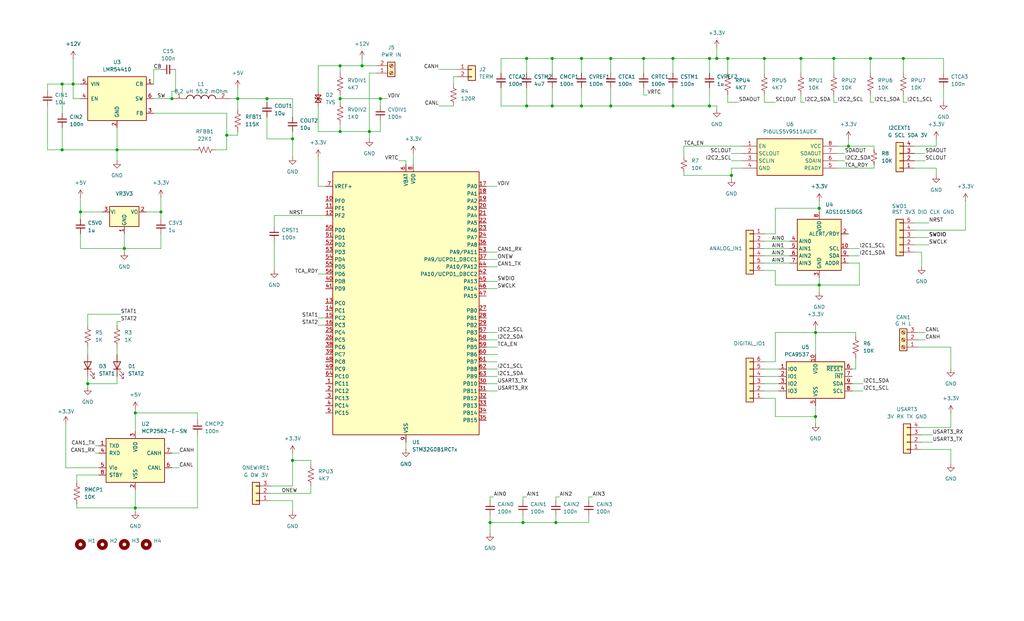
<source format=kicad_sch>
(kicad_sch (version 20250114) (generator "eeschema") (generator_version "9.0")
  (paper "USLegal")
  (title_block (title "CAN-MULTI-IO-STM32") (date "2026-01-21") (company "Gordon McLellan") (comment 1 "CAN Bus Multi-IO Module STM32"))
  (junction (at 59.69 34.29))
  (junction (at 191.77 36.83))
  (junction (at 92.71 34.29))
  (junction (at 27.94 73.66))
  (junction (at 283.21 115.57))
  (junction (at 182.88 20.32))
  (junction (at 193.04 181.61))
  (junction (at 132.08 34.29))
  (junction (at 21.59 52.07))
  (junction (at 246.38 36.83))
  (junction (at 82.55 34.29))
  (junction (at 55.88 73.66))
  (junction (at 118.11 45.72))
  (junction (at 118.11 34.29))
  (junction (at 283.21 144.78))
  (junction (at 46.99 176.53))
  (junction (at 302.26 20.32))
  (junction (at 233.68 20.32))
  (junction (at 118.11 22.86))
  (junction (at 182.88 36.83))
  (junction (at 170.18 181.61))
  (junction (at 284.48 99.06))
  (junction (at 125.73 22.86))
  (junction (at 233.68 36.83))
  (junction (at 294.64 50.8))
  (junction (at 43.18 86.36))
  (junction (at 40.64 52.07))
  (junction (at 313.69 20.32))
  (junction (at 181.61 181.61))
  (junction (at 201.93 36.83))
  (junction (at 252.73 20.32))
  (junction (at 25.4 29.21))
  (junction (at 278.13 20.32))
  (junction (at 289.56 20.32))
  (junction (at 101.6 48.26))
  (junction (at 246.38 20.32))
  (junction (at 201.93 20.32))
  (junction (at 212.09 36.83))
  (junction (at 223.52 20.32))
  (junction (at 265.43 20.32))
  (junction (at 30.48 133.35))
  (junction (at 212.09 20.32))
  (junction (at 248.92 20.32))
  (junction (at 101.6 160.02))
  (junction (at 21.59 29.21))
  (junction (at 254 60.96))
  (junction (at 78.74 46.99))
  (junction (at 191.77 20.32))
  (junction (at 46.99 143.51))
  (junction (at 284.48 72.39))
  (junction (at 128.27 45.72))
  (wire (pts (xy 40.64 111.76) (xy 41.91 111.76)))
  (wire (pts (xy 101.6 48.26) (xy 92.71 48.26)))
  (wire (pts (xy 110.49 22.86) (xy 110.49 31.75)))
  (wire (pts (xy 34.29 165.1) (xy 26.67 165.1)))
  (wire (pts (xy 317.5 53.34) (xy 321.31 53.34)))
  (wire (pts (xy 30.48 130.81) (xy 30.48 133.35)))
  (wire (pts (xy 317.5 50.8) (xy 325.12 50.8)))
  (wire (pts (xy 237.49 50.8) (xy 237.49 54.61)))
  (wire (pts (xy 265.43 86.36) (xy 274.32 86.36)))
  (wire (pts (xy 33.02 154.94) (xy 34.29 154.94)))
  (wire (pts (xy 27.94 81.28) (xy 27.94 86.36)))
  (wire (pts (xy 107.95 160.02) (xy 107.95 161.29)))
  (wire (pts (xy 101.6 160.02) (xy 101.6 168.91)))
  (wire (pts (xy 53.34 24.13) (xy 55.88 24.13)))
  (wire (pts (xy 325.12 58.42) (xy 325.12 60.96)))
  (wire (pts (xy 40.64 120.65) (xy 40.64 123.19)))
  (wire (pts (xy 21.59 39.37) (xy 21.59 29.21)))
  (wire (pts (xy 168.91 115.57) (xy 172.72 115.57)))
  (wire (pts (xy 21.59 44.45) (xy 21.59 52.07)))
  (wire (pts (xy 295.91 128.27) (xy 297.18 128.27)))
  (wire (pts (xy 223.52 33.02) (xy 224.79 33.02)))
  (wire (pts (xy 283.21 144.78) (xy 283.21 147.32)))
  (wire (pts (xy 283.21 140.97) (xy 283.21 144.78)))
  (wire (pts (xy 265.43 81.28) (xy 269.24 81.28)))
  (wire (pts (xy 252.73 33.02) (xy 252.73 35.56)))
  (wire (pts (xy 283.21 114.3) (xy 283.21 115.57)))
  (wire (pts (xy 46.99 143.51) (xy 68.58 143.51)))
  (wire (pts (xy 278.13 33.02) (xy 278.13 35.56)))
  (wire (pts (xy 92.71 34.29) (xy 101.6 34.29)))
  (wire (pts (xy 181.61 173.99) (xy 181.61 172.72)))
  (wire (pts (xy 168.91 97.79) (xy 172.72 97.79)))
  (wire (pts (xy 26.67 176.53) (xy 46.99 176.53)))
  (wire (pts (xy 182.88 20.32) (xy 182.88 25.4)))
  (wire (pts (xy 204.47 181.61) (xy 204.47 179.07)))
  (wire (pts (xy 223.52 30.48) (xy 223.52 33.02)))
  (wire (pts (xy 193.04 172.72) (xy 194.31 172.72)))
  (wire (pts (xy 313.69 20.32) (xy 313.69 25.4)))
  (wire (pts (xy 168.91 100.33) (xy 172.72 100.33)))
  (wire (pts (xy 101.6 34.29) (xy 101.6 40.64)))
  (wire (pts (xy 168.91 135.89) (xy 172.72 135.89)))
  (wire (pts (xy 265.43 88.9) (xy 274.32 88.9)))
  (wire (pts (xy 297.18 115.57) (xy 297.18 116.84)))
  (wire (pts (xy 335.28 69.85) (xy 335.28 80.01)))
  (wire (pts (xy 284.48 96.52) (xy 284.48 99.06)))
  (wire (pts (xy 168.91 118.11) (xy 172.72 118.11)))
  (wire (pts (xy 182.88 36.83) (xy 173.99 36.83)))
  (wire (pts (xy 128.27 25.4) (xy 128.27 45.72)))
  (wire (pts (xy 257.81 58.42) (xy 254 58.42)))
  (wire (pts (xy 168.91 123.19) (xy 172.72 123.19)))
  (wire (pts (xy 170.18 173.99) (xy 170.18 172.72)))
  (wire (pts (xy 40.64 52.07) (xy 40.64 55.88)))
  (wire (pts (xy 313.69 33.02) (xy 313.69 35.56)))
  (wire (pts (xy 201.93 36.83) (xy 212.09 36.83)))
  (wire (pts (xy 269.24 115.57) (xy 283.21 115.57)))
  (wire (pts (xy 143.51 53.34) (xy 143.51 57.15)))
  (wire (pts (xy 27.94 73.66) (xy 35.56 73.66)))
  (wire (pts (xy 290.83 50.8) (xy 294.64 50.8)))
  (wire (pts (xy 74.93 52.07) (xy 78.74 52.07)))
  (wire (pts (xy 283.21 115.57) (xy 283.21 123.19)))
  (wire (pts (xy 313.69 20.32) (xy 327.66 20.32)))
  (wire (pts (xy 201.93 20.32) (xy 212.09 20.32)))
  (wire (pts (xy 21.59 29.21) (xy 25.4 29.21)))
  (wire (pts (xy 40.64 44.45) (xy 40.64 52.07)))
  (wire (pts (xy 50.8 73.66) (xy 55.88 73.66)))
  (wire (pts (xy 252.73 35.56) (xy 256.54 35.56)))
  (wire (pts (xy 325.12 50.8) (xy 325.12 48.26)))
  (wire (pts (xy 294.64 50.8) (xy 294.64 48.26)))
  (wire (pts (xy 168.91 87.63) (xy 172.72 87.63)))
  (wire (pts (xy 93.98 168.91) (xy 101.6 168.91)))
  (wire (pts (xy 110.49 45.72) (xy 118.11 45.72)))
  (wire (pts (xy 290.83 58.42) (xy 303.53 58.42)))
  (wire (pts (xy 327.66 30.48) (xy 327.66 35.56)))
  (wire (pts (xy 140.97 153.67) (xy 140.97 156.21)))
  (wire (pts (xy 237.49 60.96) (xy 237.49 59.69)))
  (wire (pts (xy 204.47 172.72) (xy 205.74 172.72)))
  (wire (pts (xy 294.64 86.36) (xy 298.45 86.36)))
  (wire (pts (xy 320.04 156.21) (xy 330.2 156.21)))
  (wire (pts (xy 269.24 138.43) (xy 269.24 144.78)))
  (wire (pts (xy 93.98 173.99) (xy 101.6 173.99)))
  (wire (pts (xy 101.6 54.61) (xy 101.6 48.26)))
  (wire (pts (xy 317.5 77.47) (xy 322.58 77.47)))
  (wire (pts (xy 27.94 68.58) (xy 27.94 73.66)))
  (wire (pts (xy 289.56 20.32) (xy 289.56 25.4)))
  (wire (pts (xy 298.45 91.44) (xy 298.45 99.06)))
  (wire (pts (xy 140.97 57.15) (xy 140.97 55.88)))
  (wire (pts (xy 128.27 45.72) (xy 128.27 48.26)))
  (wire (pts (xy 318.77 120.65) (xy 330.2 120.65)))
  (wire (pts (xy 289.56 35.56) (xy 290.83 35.56)))
  (wire (pts (xy 246.38 36.83) (xy 248.92 36.83)))
  (wire (pts (xy 43.18 86.36) (xy 43.18 87.63)))
  (wire (pts (xy 318.77 118.11) (xy 321.31 118.11)))
  (wire (pts (xy 297.18 128.27) (xy 297.18 124.46)))
  (wire (pts (xy 132.08 34.29) (xy 132.08 36.83)))
  (wire (pts (xy 101.6 48.26) (xy 101.6 45.72)))
  (wire (pts (xy 168.91 92.71) (xy 172.72 92.71)))
  (wire (pts (xy 181.61 172.72) (xy 182.88 172.72)))
  (wire (pts (xy 118.11 45.72) (xy 128.27 45.72)))
  (wire (pts (xy 59.69 162.56) (xy 62.23 162.56)))
  (wire (pts (xy 265.43 35.56) (xy 269.24 35.56)))
  (wire (pts (xy 78.74 52.07) (xy 78.74 46.99)))
  (wire (pts (xy 317.5 85.09) (xy 322.58 85.09)))
  (wire (pts (xy 118.11 34.29) (xy 132.08 34.29)))
  (wire (pts (xy 40.64 133.35) (xy 40.64 130.81)))
  (wire (pts (xy 254 53.34) (xy 257.81 53.34)))
  (wire (pts (xy 317.5 55.88) (xy 321.31 55.88)))
  (wire (pts (xy 290.83 55.88) (xy 293.37 55.88)))
  (wire (pts (xy 82.55 30.48) (xy 82.55 34.29)))
  (wire (pts (xy 193.04 181.61) (xy 204.47 181.61)))
  (wire (pts (xy 110.49 36.83) (xy 110.49 45.72)))
  (wire (pts (xy 295.91 133.35) (xy 299.72 133.35)))
  (wire (pts (xy 265.43 138.43) (xy 269.24 138.43)))
  (wire (pts (xy 233.68 30.48) (xy 233.68 36.83)))
  (wire (pts (xy 283.21 115.57) (xy 297.18 115.57)))
  (wire (pts (xy 233.68 36.83) (xy 246.38 36.83)))
  (wire (pts (xy 317.5 80.01) (xy 335.28 80.01)))
  (wire (pts (xy 313.69 35.56) (xy 314.96 35.56)))
  (wire (pts (xy 168.91 130.81) (xy 172.72 130.81)))
  (wire (pts (xy 55.88 68.58) (xy 55.88 73.66)))
  (wire (pts (xy 265.43 135.89) (xy 270.51 135.89)))
  (wire (pts (xy 212.09 30.48) (xy 212.09 36.83)))
  (wire (pts (xy 284.48 99.06) (xy 284.48 101.6)))
  (wire (pts (xy 21.59 52.07) (xy 16.51 52.07)))
  (wire (pts (xy 170.18 172.72) (xy 171.45 172.72)))
  (wire (pts (xy 78.74 46.99) (xy 82.55 46.99)))
  (wire (pts (xy 269.24 72.39) (xy 284.48 72.39)))
  (wire (pts (xy 320.04 148.59) (xy 330.2 148.59)))
  (wire (pts (xy 265.43 128.27) (xy 270.51 128.27)))
  (wire (pts (xy 181.61 179.07) (xy 181.61 181.61)))
  (wire (pts (xy 320.04 87.63) (xy 320.04 92.71)))
  (wire (pts (xy 278.13 20.32) (xy 289.56 20.32)))
  (wire (pts (xy 278.13 35.56) (xy 279.4 35.56)))
  (wire (pts (xy 16.51 29.21) (xy 16.51 31.75)))
  (wire (pts (xy 80.01 34.29) (xy 82.55 34.29)))
  (wire (pts (xy 46.99 143.51) (xy 46.99 149.86)))
  (wire (pts (xy 278.13 20.32) (xy 278.13 25.4)))
  (wire (pts (xy 302.26 33.02) (xy 302.26 35.56)))
  (wire (pts (xy 181.61 181.61) (xy 193.04 181.61)))
  (wire (pts (xy 110.49 22.86) (xy 118.11 22.86)))
  (wire (pts (xy 110.49 95.25) (xy 113.03 95.25)))
  (wire (pts (xy 265.43 20.32) (xy 278.13 20.32)))
  (wire (pts (xy 320.04 151.13) (xy 323.85 151.13)))
  (wire (pts (xy 289.56 20.32) (xy 302.26 20.32)))
  (wire (pts (xy 68.58 143.51) (xy 68.58 146.05)))
  (wire (pts (xy 152.4 24.13) (xy 158.75 24.13)))
  (wire (pts (xy 284.48 69.85) (xy 284.48 72.39)))
  (wire (pts (xy 295.91 135.89) (xy 299.72 135.89)))
  (wire (pts (xy 26.67 175.26) (xy 26.67 176.53)))
  (wire (pts (xy 269.24 125.73) (xy 269.24 115.57)))
  (wire (pts (xy 59.69 31.75) (xy 59.69 34.29)))
  (wire (pts (xy 46.99 176.53) (xy 68.58 176.53)))
  (wire (pts (xy 34.29 162.56) (xy 22.86 162.56)))
  (wire (pts (xy 168.91 64.77) (xy 172.72 64.77)))
  (wire (pts (xy 101.6 173.99) (xy 101.6 177.8)))
  (wire (pts (xy 30.48 109.22) (xy 41.91 109.22)))
  (wire (pts (xy 118.11 34.29) (xy 118.11 35.56)))
  (wire (pts (xy 327.66 20.32) (xy 327.66 25.4)))
  (wire (pts (xy 68.58 176.53) (xy 68.58 151.13)))
  (wire (pts (xy 27.94 73.66) (xy 27.94 76.2)))
  (wire (pts (xy 330.2 156.21) (xy 330.2 161.29)))
  (wire (pts (xy 212.09 36.83) (xy 233.68 36.83)))
  (wire (pts (xy 130.81 25.4) (xy 128.27 25.4)))
  (wire (pts (xy 118.11 22.86) (xy 125.73 22.86)))
  (wire (pts (xy 193.04 179.07) (xy 193.04 181.61)))
  (wire (pts (xy 93.98 171.45) (xy 107.95 171.45)))
  (wire (pts (xy 254 55.88) (xy 257.81 55.88)))
  (wire (pts (xy 173.99 36.83) (xy 173.99 30.48)))
  (wire (pts (xy 248.92 20.32) (xy 252.73 20.32)))
  (wire (pts (xy 182.88 20.32) (xy 173.99 20.32)))
  (wire (pts (xy 22.86 162.56) (xy 22.86 147.32)))
  (wire (pts (xy 27.94 29.21) (xy 25.4 29.21)))
  (wire (pts (xy 132.08 45.72) (xy 132.08 41.91)))
  (wire (pts (xy 92.71 34.29) (xy 92.71 35.56)))
  (wire (pts (xy 289.56 33.02) (xy 289.56 35.56)))
  (wire (pts (xy 265.43 133.35) (xy 270.51 133.35)))
  (wire (pts (xy 294.64 50.8) (xy 303.53 50.8)))
  (wire (pts (xy 170.18 185.42) (xy 170.18 181.61)))
  (wire (pts (xy 60.96 24.13) (xy 60.96 31.75)))
  (wire (pts (xy 252.73 20.32) (xy 252.73 25.4)))
  (wire (pts (xy 46.99 142.24) (xy 46.99 143.51)))
  (wire (pts (xy 317.5 82.55) (xy 322.58 82.55)))
  (wire (pts (xy 40.64 113.03) (xy 40.64 111.76)))
  (wire (pts (xy 92.71 48.26) (xy 92.71 40.64)))
  (wire (pts (xy 233.68 20.32) (xy 246.38 20.32)))
  (wire (pts (xy 204.47 173.99) (xy 204.47 172.72)))
  (wire (pts (xy 101.6 160.02) (xy 101.6 157.48)))
  (wire (pts (xy 269.24 81.28) (xy 269.24 72.39)))
  (wire (pts (xy 113.03 64.77) (xy 110.49 64.77)))
  (wire (pts (xy 191.77 20.32) (xy 191.77 25.4)))
  (wire (pts (xy 168.91 90.17) (xy 172.72 90.17)))
  (wire (pts (xy 40.64 52.07) (xy 21.59 52.07)))
  (wire (pts (xy 191.77 36.83) (xy 201.93 36.83)))
  (wire (pts (xy 182.88 30.48) (xy 182.88 36.83)))
  (wire (pts (xy 254 58.42) (xy 254 60.96)))
  (wire (pts (xy 191.77 20.32) (xy 201.93 20.32)))
  (wire (pts (xy 320.04 153.67) (xy 323.85 153.67)))
  (wire (pts (xy 118.11 22.86) (xy 118.11 25.4)))
  (wire (pts (xy 294.64 91.44) (xy 298.45 91.44)))
  (wire (pts (xy 55.88 86.36) (xy 55.88 81.28)))
  (wire (pts (xy 265.43 83.82) (xy 274.32 83.82)))
  (wire (pts (xy 294.64 88.9) (xy 298.45 88.9)))
  (wire (pts (xy 170.18 181.61) (xy 181.61 181.61)))
  (wire (pts (xy 125.73 20.32) (xy 125.73 22.86)))
  (wire (pts (xy 254 60.96) (xy 254 62.23)))
  (wire (pts (xy 26.67 165.1) (xy 26.67 167.64)))
  (wire (pts (xy 173.99 20.32) (xy 173.99 25.4)))
  (wire (pts (xy 223.52 20.32) (xy 233.68 20.32)))
  (wire (pts (xy 168.91 120.65) (xy 172.72 120.65)))
  (wire (pts (xy 269.24 93.98) (xy 269.24 99.06)))
  (wire (pts (xy 132.08 34.29) (xy 134.62 34.29)))
  (wire (pts (xy 330.2 148.59) (xy 330.2 143.51)))
  (wire (pts (xy 82.55 34.29) (xy 82.55 38.1)))
  (wire (pts (xy 252.73 20.32) (xy 265.43 20.32)))
  (wire (pts (xy 212.09 20.32) (xy 212.09 25.4)))
  (wire (pts (xy 157.48 26.67) (xy 157.48 29.21)))
  (wire (pts (xy 110.49 54.61) (xy 110.49 64.77)))
  (wire (pts (xy 317.5 58.42) (xy 325.12 58.42)))
  (wire (pts (xy 43.18 81.28) (xy 43.18 86.36)))
  (wire (pts (xy 265.43 93.98) (xy 269.24 93.98)))
  (wire (pts (xy 43.18 86.36) (xy 55.88 86.36)))
  (wire (pts (xy 152.4 36.83) (xy 157.48 36.83)))
  (wire (pts (xy 182.88 20.32) (xy 191.77 20.32)))
  (wire (pts (xy 33.02 157.48) (xy 34.29 157.48)))
  (wire (pts (xy 265.43 33.02) (xy 265.43 35.56)))
  (wire (pts (xy 168.91 125.73) (xy 172.72 125.73)))
  (wire (pts (xy 82.55 34.29) (xy 92.71 34.29)))
  (wire (pts (xy 158.75 26.67) (xy 157.48 26.67)))
  (wire (pts (xy 118.11 43.18) (xy 118.11 45.72)))
  (wire (pts (xy 27.94 34.29) (xy 25.4 34.29)))
  (wire (pts (xy 201.93 30.48) (xy 201.93 36.83)))
  (wire (pts (xy 107.95 171.45) (xy 107.95 168.91)))
  (wire (pts (xy 60.96 31.75) (xy 59.69 31.75)))
  (wire (pts (xy 330.2 128.27) (xy 330.2 120.65)))
  (wire (pts (xy 46.99 170.18) (xy 46.99 176.53)))
  (wire (pts (xy 318.77 115.57) (xy 321.31 115.57)))
  (wire (pts (xy 40.64 52.07) (xy 67.31 52.07)))
  (wire (pts (xy 193.04 173.99) (xy 193.04 172.72)))
  (wire (pts (xy 302.26 20.32) (xy 302.26 25.4)))
  (wire (pts (xy 53.34 34.29) (xy 59.69 34.29)))
  (wire (pts (xy 265.43 20.32) (xy 265.43 25.4)))
  (wire (pts (xy 269.24 144.78) (xy 283.21 144.78)))
  (wire (pts (xy 55.88 73.66) (xy 55.88 76.2)))
  (wire (pts (xy 290.83 53.34) (xy 293.37 53.34)))
  (wire (pts (xy 53.34 29.21) (xy 53.34 24.13)))
  (wire (pts (xy 303.53 50.8) (xy 303.53 52.07)))
  (wire (pts (xy 246.38 20.32) (xy 248.92 20.32)))
  (wire (pts (xy 25.4 34.29) (xy 25.4 29.21)))
  (wire (pts (xy 191.77 30.48) (xy 191.77 36.83)))
  (wire (pts (xy 30.48 109.22) (xy 30.48 113.03)))
  (wire (pts (xy 110.49 113.03) (xy 113.03 113.03)))
  (wire (pts (xy 265.43 125.73) (xy 269.24 125.73)))
  (wire (pts (xy 302.26 20.32) (xy 313.69 20.32)))
  (wire (pts (xy 170.18 179.07) (xy 170.18 181.61)))
  (wire (pts (xy 233.68 20.32) (xy 233.68 25.4)))
  (wire (pts (xy 248.92 36.83) (xy 248.92 38.1)))
  (wire (pts (xy 168.91 128.27) (xy 172.72 128.27)))
  (wire (pts (xy 53.34 39.37) (xy 78.74 39.37)))
  (wire (pts (xy 16.51 52.07) (xy 16.51 36.83)))
  (wire (pts (xy 201.93 20.32) (xy 201.93 25.4)))
  (wire (pts (xy 118.11 33.02) (xy 118.11 34.29)))
  (wire (pts (xy 168.91 133.35) (xy 172.72 133.35)))
  (wire (pts (xy 16.51 29.21) (xy 21.59 29.21)))
  (wire (pts (xy 257.81 50.8) (xy 237.49 50.8)))
  (wire (pts (xy 254 60.96) (xy 237.49 60.96)))
  (wire (pts (xy 246.38 25.4) (xy 246.38 20.32)))
  (wire (pts (xy 302.26 35.56) (xy 303.53 35.56)))
  (wire (pts (xy 265.43 130.81) (xy 270.51 130.81)))
  (wire (pts (xy 30.48 120.65) (xy 30.48 123.19)))
  (wire (pts (xy 182.88 36.83) (xy 191.77 36.83)))
  (wire (pts (xy 298.45 99.06) (xy 284.48 99.06)))
  (wire (pts (xy 248.92 16.51) (xy 248.92 20.32)))
  (wire (pts (xy 95.25 74.93) (xy 95.25 78.74)))
  (wire (pts (xy 27.94 86.36) (xy 43.18 86.36)))
  (wire (pts (xy 59.69 157.48) (xy 62.23 157.48)))
  (wire (pts (xy 46.99 176.53) (xy 46.99 177.8)))
  (wire (pts (xy 138.43 55.88) (xy 140.97 55.88)))
  (wire (pts (xy 30.48 133.35) (xy 30.48 134.62)))
  (wire (pts (xy 303.53 58.42) (xy 303.53 57.15)))
  (wire (pts (xy 128.27 45.72) (xy 132.08 45.72)))
  (wire (pts (xy 223.52 20.32) (xy 223.52 25.4)))
  (wire (pts (xy 25.4 20.32) (xy 25.4 29.21)))
  (wire (pts (xy 265.43 91.44) (xy 274.32 91.44)))
  (wire (pts (xy 95.25 74.93) (xy 113.03 74.93)))
  (wire (pts (xy 101.6 160.02) (xy 107.95 160.02)))
  (wire (pts (xy 317.5 87.63) (xy 320.04 87.63)))
  (wire (pts (xy 246.38 36.83) (xy 246.38 30.48)))
  (wire (pts (xy 30.48 133.35) (xy 40.64 133.35)))
  (wire (pts (xy 95.25 83.82) (xy 95.25 93.98)))
  (wire (pts (xy 125.73 22.86) (xy 130.81 22.86)))
  (wire (pts (xy 78.74 39.37) (xy 78.74 46.99)))
  (wire (pts (xy 110.49 110.49) (xy 113.03 110.49)))
  (wire (pts (xy 82.55 46.99) (xy 82.55 45.72)))
  (wire (pts (xy 212.09 20.32) (xy 223.52 20.32)))
  (wire (pts (xy 284.48 72.39) (xy 284.48 73.66)))
  (wire (pts (xy 269.24 99.06) (xy 284.48 99.06)))
  (label "AIN3" (at 205.74 172.72 0))
  (label "CANH" (at 152.4 24.13 180))
  (label "I2C2_SDA" (at 293.37 55.88 0))
  (label "CAN1_TX" (at 33.02 154.94 180))
  (label "AIN1" (at 267.97 86.36 0))
  (label "I2C2_SCL" (at 172.72 115.57 0))
  (label "SWCLK" (at 172.72 100.33 0))
  (label "ONEW" (at 172.72 90.17 0))
  (label "AIN2" (at 267.97 88.9 0))
  (label "STAT2" (at 41.91 111.76 0))
  (label "USART3_TX" (at 323.85 153.67 0))
  (label "VDIV" (at 134.62 34.29 0))
  (label "AIN0" (at 267.97 83.82 0))
  (label "VRTC" (at 224.79 33.02 0))
  (label "I2C1_SCL" (at 299.72 135.89 0))
  (label "STAT2" (at 110.49 113.03 180))
  (label "USART3_RX" (at 172.72 135.89 0))
  (label "CB" (at 53.34 24.13 0))
  (label "USART3_TX" (at 172.72 133.35 0))
  (label "VDIV" (at 172.72 64.77 0))
  (label "AIN1" (at 182.88 172.72 0))
  (label "SDAOUT" (at 321.31 53.34 0))
  (label "TCA_RDY" (at 110.49 95.25 180))
  (label "TCA_RDY" (at 293.37 58.42 0))
  (label "SCLOUT" (at 254 53.34 180))
  (label "STAT1" (at 110.49 110.49 180))
  (label "VRTC" (at 138.43 55.88 180))
  (label "I2C1_SDA" (at 303.53 35.56 0))
  (label "I2C1_SCL" (at 298.45 86.36 0))
  (label "I2C2_SDA" (at 172.72 118.11 0))
  (label "SWDIO" (at 322.58 82.55 0))
  (label "I2C2_SCL" (at 290.83 35.56 0))
  (label "SWCLK" (at 322.58 85.09 0))
  (label "NRST" (at 100.33 74.93 0))
  (label "SCLOUT" (at 321.31 55.88 0))
  (label "NRST" (at 322.58 77.47 0))
  (label "TCA_EN" (at 237.49 50.8 0))
  (label "STAT1" (at 41.91 109.22 0))
  (label "CAN1_RX" (at 33.02 157.48 180))
  (label "I2C1_SDA" (at 299.72 133.35 0))
  (label "CANL" (at 152.4 36.83 180))
  (label "SCLOUT" (at 269.24 35.56 0))
  (label "TCA_EN" (at 172.72 120.65 0))
  (label "I2C1_SCL" (at 314.96 35.56 0))
  (label "AIN0" (at 171.45 172.72 0))
  (label "CANH" (at 321.31 118.11 0))
  (label "SW" (at 54.61 34.29 0))
  (label "SDAOUT" (at 293.37 53.34 0))
  (label "USART3_RX" (at 323.85 151.13 0))
  (label "CANL" (at 321.31 115.57 0))
  (label "AIN2" (at 194.31 172.72 0))
  (label "I2C2_SCL" (at 254 55.88 180))
  (label "I2C2_SDA" (at 279.4 35.56 0))
  (label "CANH" (at 62.23 157.48 0))
  (label "CANL" (at 62.23 162.56 0))
  (label "ONEW" (at 97.79 171.45 0))
  (label "I2C1_SDA" (at 298.45 88.9 0))
  (label "AIN3" (at 267.97 91.44 0))
  (label "SWDIO" (at 322.58 82.55 0))
  (label "SDAOUT" (at 256.54 35.56 0))
  (label "SWDIO" (at 172.72 97.79 0))
  (label "CAN1_TX" (at 172.72 92.71 0))
  (label "CAN1_RX" (at 172.72 87.63 0))
  (label "I2C1_SCL" (at 172.72 128.27 0))
  (label "I2C1_SDA" (at 172.72 130.81 0))
  (symbol (lib_id "Device:C_Small") (at 212.09 27.94 0) (unit 1)
    (property "Reference" "CTCA1" (at 214.63 26.6762 0) (effects (justify left)))
    (property "Value" "100n" (at 214.63 29.2162 0) (effects (justify left)))
    (property "Footprint" "Capacitor_SMD:C_0603_1608Metric_Pad1.08x0.95mm_HandSolder" (effects (hide yes)))
    (property "Description" "Unpolarized capacitor, small symbol" (effects (hide yes)))
  )
  (symbol (lib_id "Device:C_Small") (at 204.47 176.53 0) (unit 1)
    (property "Reference" "CAIN3" (at 207.01 175.2662 0) (effects (justify left)))
    (property "Value" "100n" (at 207.01 177.8062 0) (effects (justify left)))
    (property "Footprint" "Capacitor_SMD:C_0603_1608Metric_Pad1.08x0.95mm_HandSolder" (effects (hide yes)))
    (property "Description" "Unpolarized capacitor, small symbol" (effects (hide yes)))
  )
  (symbol (lib_id "Mechanical:MountingHole") (at 50.8 189.23 0) (unit 1) (in_bom no)
    (property "Reference" "H4" (at 53.34 187.9599 0) (effects (justify left)))
    (property "Value" "MountingHole" (effects (hide yes)))
    (property "Footprint" "MountingHole:MountingHole_3.2mm_M3_DIN965" (effects (hide yes)))
    (property "Description" "Mounting Hole without connection" (effects (hide yes)))
  )
  (symbol (lib_id "Device:R_US") (at 265.43 29.21 180) (unit 1)
    (property "Reference" "RPU5" (at 267.97 27.9399 0) (effects (justify right)))
    (property "Value" "4K7" (at 267.97 30.4799 0) (effects (justify right)))
    (property "Footprint" "Resistor_SMD:R_0603_1608Metric_Pad0.98x0.95mm_HandSolder" (effects (hide yes)))
    (property "Description" "Resistor, US symbol" (effects (hide yes)))
  )
  (symbol (lib_id "Device:R_US") (at 289.56 29.21 180) (unit 1)
    (property "Reference" "RPU2" (at 292.1 27.9399 0) (effects (justify right)))
    (property "Value" "10K" (at 292.1 30.4799 0) (effects (justify right)))
    (property "Footprint" "Resistor_SMD:R_0603_1608Metric_Pad0.98x0.95mm_HandSolder" (effects (hide yes)))
    (property "Description" "Resistor, US symbol" (effects (hide yes)))
  )
  (symbol (lib_id "Connector:Screw_Terminal_01x03") (at 313.69 118.11 180) (unit 1)
    (property "Reference" "CAN1" (at 313.69 110.998 0) (effects (justify top)))
    (property "Value" "G H L" (at 313.69 111.76 0) (effects (justify bottom)))
    (property "Footprint" "TerminalBlock_Phoenix:TerminalBlock_Phoenix_MPT-0,5-3-2.54_1x03_P2.54mm_Horizontal" (effects (hide yes)))
    (property "Description" "Generic screw terminal, single row, 01x03, script generated (kicad-library-utils/schlib/autogen/connector/)" (effects (hide yes)))
  )
  (symbol (lib_id "Connector_Generic:Conn_01x02") (at 163.83 24.13 0) (unit 1)
    (property "Reference" "J2" (at 166.37 24.1299 0) (effects (justify left)))
    (property "Value" "TERM" (at 166.37 26.6699 0) (effects (justify left)))
    (property "Footprint" "Connector_PinHeader_2.54mm:PinHeader_1x02_P2.54mm_Vertical" (effects (hide yes)))
    (property "Description" "Generic connector, single row, 01x02, script generated (kicad-library-utils/schlib/autogen/connector/)" (effects (hide yes)))
  )
  (symbol (lib_id "Mechanical:MountingHole") (at 27.94 189.23 0) (unit 1) (in_bom no)
    (property "Reference" "H1" (at 30.48 187.9599 0) (effects (justify left)))
    (property "Value" "MountingHole" (effects (hide yes)))
    (property "Footprint" "MountingHole:MountingHole_3.2mm_M3_DIN965" (effects (hide yes)))
    (property "Description" "Mounting Hole without connection" (effects (hide yes)))
  )
  (symbol (lib_id "Device:R_US") (at 118.11 29.21 0) (unit 1)
    (property "Reference" "RVDIV1" (at 120.65 27.9399 0) (effects (justify left)))
    (property "Value" "4K7" (at 120.65 30.4799 0) (effects (justify left)))
    (property "Footprint" "Resistor_SMD:R_0603_1608Metric_Pad0.98x0.95mm_HandSolder" (effects (hide yes)))
    (property "Description" "Resistor, US symbol" (effects (hide yes)))
  )
  (symbol (lib_id "Device:C_Small") (at 201.93 27.94 0) (unit 1)
    (property "Reference" "CVREF1" (at 204.47 26.6762 0) (effects (justify left)))
    (property "Value" "100n" (at 204.47 29.2162 0) (effects (justify left)))
    (property "Footprint" "Capacitor_SMD:C_0603_1608Metric_Pad1.08x0.95mm_HandSolder" (effects (hide yes)))
    (property "Description" "Unpolarized capacitor, small symbol" (effects (hide yes)))
  )
  (symbol (lib_id "power:+3.3V") (at 283.21 114.3 0) (unit 1)
    (property "Reference" "#PWR033" (effects (hide yes)))
    (property "Value" "+3.3V" (at 283.21 109.22 0))
    (property "Description" "Power symbol creates a global label with name \"+3.3V\"" (effects (hide yes)))
  )
  (symbol (lib_id "Device:R_US") (at 297.18 120.65 0) (unit 1)
    (property "Reference" "R6" (at 299.72 119.3799 0) (effects (justify left)))
    (property "Value" "10K" (at 299.72 121.9199 0) (effects (justify left)))
    (property "Footprint" "Resistor_SMD:R_0603_1608Metric_Pad0.98x0.95mm_HandSolder" (effects (hide yes)))
    (property "Description" "Resistor, US symbol" (effects (hide yes)))
  )
  (symbol (lib_id "Device:C_Small") (at 101.6 43.18 0) (unit 1)
    (property "Reference" "COUT2" (at 104.14 41.9162 0) (effects (justify left)))
    (property "Value" "10u" (at 104.14 44.4562 0) (effects (justify left)))
    (property "Footprint" "Capacitor_SMD:C_0805_2012Metric_Pad1.18x1.45mm_HandSolder" (effects (hide yes)))
    (property "Description" "Unpolarized capacitor, small symbol" (effects (hide yes)))
  )
  (symbol (lib_id "Device:R_US") (at 278.13 29.21 180) (unit 1)
    (property "Reference" "RPU1" (at 280.67 27.9399 0) (effects (justify right)))
    (property "Value" "10K" (at 280.67 30.4799 0) (effects (justify right)))
    (property "Footprint" "Resistor_SMD:R_0603_1608Metric_Pad0.98x0.95mm_HandSolder" (effects (hide yes)))
    (property "Description" "Resistor, US symbol" (effects (hide yes)))
  )
  (symbol (lib_id "Mechanical:MountingHole") (at 43.18 189.23 0) (unit 1) (in_bom no)
    (property "Reference" "H3" (at 45.72 187.9599 0) (effects (justify left)))
    (property "Value" "MountingHole" (effects (hide yes)))
    (property "Footprint" "MountingHole:MountingHole_3.2mm_M3_DIN965" (effects (hide yes)))
    (property "Description" "Mounting Hole without connection" (effects (hide yes)))
  )
  (symbol (lib_id "MCU_ST_STM32G0:STM32G0B1RCTx") (at 140.97 105.41 0) (unit 1)
    (property "Reference" "U1" (at 143.1133 153.67 0) (effects (justify left)))
    (property "Value" "STM32G0B1RCTx" (at 143.1133 156.21 0) (effects (justify left)))
    (property "Footprint" "Package_QFP:LQFP-64_10x10mm_P0.5mm" (effects (hide yes)))
    (property "Datasheet" "https://www.st.com/resource/en/datasheet/stm32g0b1rc.pdf" (effects (hide yes)))
    (property "Description" "STMicroelectronics Arm Cortex-M0+ MCU, 256KB flash, 144KB RAM, 64 MHz, 1.7-3.6V, 60 GPIO, LQFP64" (effects (hide yes)))
  )
  (symbol (lib_id "power:GND") (at 327.66 35.56 0) (unit 1)
    (property "Reference" "#PWR019" (effects (hide yes)))
    (property "Value" "GND" (at 327.66 40.64 0))
    (property "Description" "Power symbol creates a global label with name \"GND\" , ground" (effects (hide yes)))
  )
  (symbol (lib_id "power:GND") (at 140.97 156.21 0) (unit 1)
    (property "Reference" "#PWR04" (effects (hide yes)))
    (property "Value" "GND" (at 140.97 161.29 0))
    (property "Description" "Power symbol creates a global label with name \"GND\" , ground" (effects (hide yes)))
  )
  (symbol (lib_id "Device:C_Small") (at 246.38 27.94 0) (unit 1)
    (property "Reference" "CVREF2" (at 248.92 26.6762 0) (effects (justify left)))
    (property "Value" "1u" (at 248.92 29.2162 0) (effects (justify left)))
    (property "Footprint" "Capacitor_SMD:C_0603_1608Metric_Pad1.08x0.95mm_HandSolder" (effects (hide yes)))
    (property "Description" "Unpolarized capacitor, small symbol" (effects (hide yes)))
  )
  (symbol (lib_id "power:GND") (at 101.6 54.61 0) (unit 1)
    (property "Reference" "#PWR036" (effects (hide yes)))
    (property "Value" "GND" (at 101.6 59.69 0))
    (property "Description" "Power symbol creates a global label with name \"GND\" , ground" (effects (hide yes)))
  )
  (symbol (lib_id "Device:C_Small") (at 193.04 176.53 0) (unit 1)
    (property "Reference" "CAIN2" (at 195.58 175.2662 0) (effects (justify left)))
    (property "Value" "100n" (at 195.58 177.8062 0) (effects (justify left)))
    (property "Footprint" "Capacitor_SMD:C_0603_1608Metric_Pad1.08x0.95mm_HandSolder" (effects (hide yes)))
    (property "Description" "Unpolarized capacitor, small symbol" (effects (hide yes)))
  )
  (symbol (lib_id "Mechanical:MountingHole") (at 35.56 189.23 0) (unit 1) (in_bom no)
    (property "Reference" "H2" (at 38.1 187.9599 0) (effects (justify left)))
    (property "Value" "MountingHole" (effects (hide yes)))
    (property "Footprint" "MountingHole:MountingHole_3.2mm_M3_DIN965" (effects (hide yes)))
    (property "Description" "Mounting Hole without connection" (effects (hide yes)))
  )
  (symbol (lib_id "Device:R_US") (at 302.26 29.21 180) (unit 1)
    (property "Reference" "RPU6" (at 304.8 27.9399 0) (effects (justify right)))
    (property "Value" "10K" (at 304.8 30.4799 0) (effects (justify right)))
    (property "Footprint" "Resistor_SMD:R_0603_1608Metric_Pad0.98x0.95mm_HandSolder" (effects (hide yes)))
    (property "Description" "Resistor, US symbol" (effects (hide yes)))
  )
  (symbol (lib_id "power:+12V") (at 25.4 20.32 0) (unit 1)
    (property "Reference" "#PWR010" (effects (hide yes)))
    (property "Value" "+12V" (at 25.4 15.24 0))
    (property "Description" "Power symbol creates a global label with name \"+12V\"" (effects (hide yes)))
  )
  (symbol (lib_id "power:+3.3V") (at 330.2 143.51 0) (unit 1)
    (property "Reference" "#PWR016" (effects (hide yes)))
    (property "Value" "+3.3V" (at 330.2 138.43 0))
    (property "Description" "Power symbol creates a global label with name \"+3.3V\"" (effects (hide yes)))
  )
  (symbol (lib_id "Device:C_Small") (at 92.71 38.1 0) (unit 1)
    (property "Reference" "COUT1" (at 95.25 36.8362 0) (effects (justify left)))
    (property "Value" "10u" (at 95.25 39.3762 0) (effects (justify left)))
    (property "Footprint" "Capacitor_SMD:C_0805_2012Metric_Pad1.18x1.45mm_HandSolder" (effects (hide yes)))
    (property "Description" "Unpolarized capacitor, small symbol" (effects (hide yes)))
  )
  (symbol (lib_id "Device:LED") (at 30.48 127 90) (unit 1)
    (property "Reference" "D3" (at 34.29 127.3174 90) (effects (justify right)))
    (property "Value" "STAT1" (at 34.29 129.8574 90) (effects (justify right)))
    (property "Footprint" "LED_SMD:LED_0805_2012Metric_Pad1.15x1.40mm_HandSolder" (effects (hide yes)))
    (property "Description" "Light emitting diode" (effects (hide yes)))
    (property "Sim.Pins" "1=K 2=A" (effects (hide yes)))
  )
  (symbol (lib_id "Device:R_US") (at 107.95 165.1 180) (unit 1)
    (property "Reference" "RPU3" (at 110.49 163.8299 0) (effects (justify right)))
    (property "Value" "4K7" (at 110.49 166.3699 0) (effects (justify right)))
    (property "Footprint" "Resistor_SMD:R_0603_1608Metric_Pad0.98x0.95mm_HandSolder" (effects (hide yes)))
    (property "Description" "Resistor, US symbol" (effects (hide yes)))
  )
  (symbol (lib_id "Device:R_US") (at 40.64 116.84 180) (unit 1)
    (property "Reference" "R3" (at 43.18 115.5699 0) (effects (justify right)))
    (property "Value" "1K" (at 43.18 118.1099 0) (effects (justify right)))
    (property "Footprint" "Resistor_SMD:R_0603_1608Metric_Pad0.98x0.95mm_HandSolder" (effects (hide yes)))
    (property "Description" "Resistor, US symbol" (effects (hide yes)))
  )
  (symbol (lib_id "Regulator_Linear:TLV1117-33") (at 43.18 73.66 0) (unit 1)
    (property "Reference" "VR3V3" (at 43.18 67.31 0))
    (property "Value" "TLV1117-33" (effects (hide yes)))
    (property "Footprint" "Package_TO_SOT_SMD:SOT-223-3_TabPin2" (effects (hide yes)))
    (property "Datasheet" "http://www.ti.com/lit/ds/symlink/tlv1117.pdf" (effects (hide yes)))
    (property "Description" "800mA Low-Dropout Linear Regulator, 3.3V fixed output, TO-220/TO-252/TO-263/SOT-223" (effects (hide yes)))
  )
  (symbol (lib_id "Device:C_Small") (at 58.42 24.13 90) (unit 1)
    (property "Reference" "C15" (at 58.4263 17.78 90))
    (property "Value" "100n" (at 58.4263 20.32 90))
    (property "Footprint" "Capacitor_SMD:C_0603_1608Metric_Pad1.08x0.95mm_HandSolder" (effects (hide yes)))
    (property "Description" "Unpolarized capacitor, small symbol" (effects (hide yes)))
  )
  (symbol (lib_id "Device:C_Small") (at 16.51 34.29 0) (unit 1)
    (property "Reference" "CIN1" (at 19.05 33.0262 0) (effects (justify left)))
    (property "Value" "10u" (at 19.05 35.5662 0) (effects (justify left)))
    (property "Footprint" "Capacitor_SMD:C_1210_3225Metric_Pad1.33x2.70mm_HandSolder" (effects (hide yes)))
    (property "Description" "10uf / 50v" (effects (hide yes)))
  )
  (symbol (lib_id "Analog_ADC:ADS1015IDGS") (at 284.48 86.36 0) (unit 1)
    (property "Reference" "U4" (at 286.6233 71.12 0) (effects (justify left)))
    (property "Value" "ADS1015IDGS" (at 286.6233 73.66 0) (effects (justify left)))
    (property "Footprint" "Package_SO:TSSOP-10_3x3mm_P0.5mm" (effects (hide yes)))
    (property "Datasheet" "http://www.ti.com/lit/ds/symlink/ads1015.pdf" (effects (hide yes)))
    (property "Description" "Ultra-Small, Low-Power, I2C-Compatible, 3.3-kSPS, 12-Bit ADCs With Internal Reference, Oscillator, and Programmable Comparator, VSSOP-10" (effects (hide yes)))
  )
  (symbol (lib_id "power:GND") (at 330.2 161.29 0) (unit 1)
    (property "Reference" "#PWR015" (effects (hide yes)))
    (property "Value" "GND" (at 330.2 166.37 0))
    (property "Description" "Power symbol creates a global label with name \"GND\" , ground" (effects (hide yes)))
  )
  (symbol (lib_id "Connector_Generic:Conn_01x03") (at 88.9 171.45 180) (unit 1)
    (property "Reference" "ONEWIRE1" (at 88.9 162.56 0))
    (property "Value" "G OW 3V" (at 88.9 165.1 0))
    (property "Footprint" "Connector_PinHeader_2.54mm:PinHeader_1x03_P2.54mm_Horizontal" (effects (hide yes)))
    (property "Description" "Generic connector, single row, 01x03, script generated (kicad-library-utils/schlib/autogen/connector/)" (effects (hide yes)))
  )
  (symbol (lib_id "Device:C_Small") (at 55.88 78.74 0) (unit 1)
    (property "Reference" "C3V3" (at 58.42 77.4762 0) (effects (justify left)))
    (property "Value" "1u" (at 58.42 80.0162 0) (effects (justify left)))
    (property "Footprint" "Capacitor_SMD:C_0805_2012Metric_Pad1.18x1.45mm_HandSolder" (effects (hide yes)))
    (property "Description" "Unpolarized capacitor, small symbol" (effects (hide yes)))
  )
  (symbol (lib_id "Device:C_Small") (at 223.52 27.94 0) (unit 1)
    (property "Reference" "CRTC1" (at 226.06 26.6762 0) (effects (justify left)))
    (property "Value" "100n" (at 226.06 29.2162 0) (effects (justify left)))
    (property "Footprint" "Capacitor_SMD:C_0603_1608Metric_Pad1.08x0.95mm_HandSolder" (effects (hide yes)))
    (property "Description" "Unpolarized capacitor, small symbol" (effects (hide yes)))
  )
  (symbol (lib_id "Connector:Screw_Terminal_01x02") (at 135.89 25.4 0) (mirror x) (unit 1)
    (property "Reference" "J5" (at 135.89 16.51 0))
    (property "Value" "PWR IN" (at 135.89 19.05 0))
    (property "Footprint" "TerminalBlock_Phoenix:TerminalBlock_Phoenix_MKDS-1,5-2_1x02_P5.00mm_Horizontal" (effects (hide yes)))
    (property "Description" "Generic screw terminal, single row, 01x02, script generated (kicad-library-utils/schlib/autogen/connector/)" (effects (hide yes)))
  )
  (symbol (lib_id "Connector_Generic:Conn_01x06") (at 260.35 133.35 180) (unit 1)
    (property "Reference" "DIGITAL_IO1" (at 260.35 119.38 0))
    (property "Value" "1725698" (effects (hide yes)))
    (property "Footprint" "TerminalBlock_Phoenix:TerminalBlock_Phoenix_MPT-0,5-6-2.54_1x06_P2.54mm_Horizontal" (effects (hide yes)))
    (property "Datasheet" "https://www.mouser.com/datasheet/3/507/9/phoenix_contact_1725698_en.pdf" (effects (hide yes)))
    (property "Description" "Phoenix Contact 1725698" (effects (hide yes)))
  )
  (symbol (lib_id "Device:C_Small") (at 182.88 27.94 0) (unit 1)
    (property "Reference" "CSTM2" (at 185.42 26.6762 0) (effects (justify left)))
    (property "Value" "4u7" (at 185.42 29.2162 0) (effects (justify left)))
    (property "Footprint" "Capacitor_SMD:C_0805_2012Metric_Pad1.18x1.45mm_HandSolder" (effects (hide yes)))
    (property "Description" "Unpolarized capacitor, small symbol" (effects (hide yes)))
  )
  (symbol (lib_id "Device:R_Small_US") (at 237.49 57.15 0) (unit 1)
    (property "Reference" "R7" (at 240.03 55.8799 0) (effects (justify left)))
    (property "Value" "10K" (at 240.03 58.4199 0) (effects (justify left)))
    (property "Footprint" "Resistor_SMD:R_0603_1608Metric_Pad0.98x0.95mm_HandSolder" (effects (hide yes)))
    (property "Description" "Resistor, small US symbol" (effects (hide yes)))
  )
  (symbol (lib_id "power:+3.3V") (at 110.49 54.61 0) (unit 1)
    (property "Reference" "#PWR025" (effects (hide yes)))
    (property "Value" "+3.3V" (at 110.49 49.53 0))
    (property "Description" "Power symbol creates a global label with name \"+3.3V\"" (effects (hide yes)))
  )
  (symbol (lib_id "power:+5V") (at 46.99 142.24 0) (unit 1)
    (property "Reference" "#PWR024" (effects (hide yes)))
    (property "Value" "+5V" (at 46.99 137.16 0))
    (property "Description" "Power symbol creates a global label with name \"+5V\"" (effects (hide yes)))
  )
  (symbol (lib_id "power:GND") (at 170.18 185.42 0) (unit 1)
    (property "Reference" "#PWR030" (effects (hide yes)))
    (property "Value" "GND" (at 170.18 190.5 0))
    (property "Description" "Power symbol creates a global label with name \"GND\" , ground" (effects (hide yes)))
  )
  (symbol (lib_id "Device:LED") (at 40.64 127 90) (unit 1)
    (property "Reference" "D1" (at 44.45 127.3174 90) (effects (justify right)))
    (property "Value" "STAT2" (at 44.45 129.8574 90) (effects (justify right)))
    (property "Footprint" "LED_SMD:LED_0805_2012Metric_Pad1.15x1.40mm_HandSolder" (effects (hide yes)))
    (property "Description" "Light emitting diode" (effects (hide yes)))
    (property "Sim.Pins" "1=K 2=A" (effects (hide yes)))
  )
  (symbol (lib_id "Device:C_Small") (at 173.99 27.94 0) (unit 1)
    (property "Reference" "CTCA2" (at 176.53 26.6762 0) (effects (justify left)))
    (property "Value" "100n" (at 176.53 29.2162 0) (effects (justify left)))
    (property "Footprint" "Capacitor_SMD:C_0603_1608Metric_Pad1.08x0.95mm_HandSolder" (effects (hide yes)))
    (property "Description" "Unpolarized capacitor, small symbol" (effects (hide yes)))
  )
  (symbol (lib_id "SamacSys_Parts:TCA9511ADGKR") (at 257.81 50.8 0) (unit 1)
    (property "Reference" "U6" (at 274.32 43.18 0))
    (property "Value" "PI6ULS5V9511AUEX" (at 274.32 45.72 0))
    (property "Footprint" "Package_SO:MSOP-8_3x3mm_P0.65mm" (effects (hide yes)))
    (property "Datasheet" "https://www.diodes.com/assets/Datasheets/PI6ULS5V9511A.pdf" (effects (hide yes)))
    (property "Description" "Hot Swappable I2C Bus/SMBus Buffer" (effects (hide yes)))
  )
  (symbol (lib_id "Connector_Generic:Conn_01x05") (at 312.42 82.55 180) (unit 1)
    (property "Reference" "SWD1" (at 312.42 71.628 0))
    (property "Value" "RST 3V3 DIO CLK GND" (at 320.548 73.66 0))
    (property "Footprint" "Connector_PinHeader_2.54mm:PinHeader_1x05_P2.54mm_Vertical" (effects (hide yes)))
    (property "Description" "Generic connector, single row, 01x05, script generated (kicad-library-utils/schlib/autogen/connector/)" (effects (hide yes)))
  )
  (symbol (lib_id "Device:C_Small") (at 68.58 148.59 0) (unit 1)
    (property "Reference" "CMCP2" (at 71.12 147.3262 0) (effects (justify left)))
    (property "Value" "100n" (at 71.12 149.8662 0) (effects (justify left)))
    (property "Footprint" "Capacitor_SMD:C_0603_1608Metric_Pad1.08x0.95mm_HandSolder" (effects (hide yes)))
    (property "Description" "Unpolarized capacitor, small symbol" (effects (hide yes)))
  )
  (symbol (lib_id "power:+3.3V") (at 248.92 16.51 0) (unit 1)
    (property "Reference" "#PWR01" (effects (hide yes)))
    (property "Value" "+3.3V" (at 248.92 11.43 0))
    (property "Description" "Power symbol creates a global label with name \"+3.3V\"" (effects (hide yes)))
  )
  (symbol (lib_id "power:+3.3V") (at 143.51 53.34 0) (unit 1)
    (property "Reference" "#PWR03" (effects (hide yes)))
    (property "Value" "+3.3V" (at 143.51 48.26 0))
    (property "Description" "Power symbol creates a global label with name \"+3.3V\"" (effects (hide yes)))
  )
  (symbol (lib_id "power:GND") (at 128.27 48.26 0) (unit 1)
    (property "Reference" "#PWR08" (effects (hide yes)))
    (property "Value" "GND" (at 128.27 53.34 0))
    (property "Description" "Power symbol creates a global label with name \"GND\" , ground" (effects (hide yes)))
  )
  (symbol (lib_id "power:+3.3V") (at 294.64 48.26 0) (unit 1)
    (property "Reference" "#PWR028" (effects (hide yes)))
    (property "Value" "+3.3V" (at 294.64 43.18 0))
    (property "Description" "Power symbol creates a global label with name \"+3.3V\"" (effects (hide yes)))
  )
  (symbol (lib_id "power:GND") (at 95.25 93.98 0) (unit 1)
    (property "Reference" "#PWR07" (effects (hide yes)))
    (property "Value" "GND" (at 95.25 99.06 0))
    (property "Description" "Power symbol creates a global label with name \"GND\" , ground" (effects (hide yes)))
  )
  (symbol (lib_id "Device:R_Small_US") (at 303.53 54.61 0) (unit 1)
    (property "Reference" "R8" (at 306.07 53.3399 0) (effects (justify left)))
    (property "Value" "10K" (at 306.07 55.8799 0) (effects (justify left)))
    (property "Footprint" "Resistor_SMD:R_0603_1608Metric_Pad0.98x0.95mm_HandSolder" (effects (hide yes)))
    (property "Description" "Resistor, small US symbol" (effects (hide yes)))
  )
  (symbol (lib_id "Device:C_Small") (at 95.25 81.28 0) (unit 1)
    (property "Reference" "CRST1" (at 97.79 80.0162 0) (effects (justify left)))
    (property "Value" "100n" (at 97.79 82.5562 0) (effects (justify left)))
    (property "Footprint" "Capacitor_SMD:C_0603_1608Metric_Pad1.08x0.95mm_HandSolder" (effects (hide yes)))
    (property "Description" "NRST" (effects (hide yes)))
  )
  (symbol (lib_id "power:GND") (at 325.12 60.96 0) (unit 1)
    (property "Reference" "#PWR018" (effects (hide yes)))
    (property "Value" "GND" (at 325.12 66.04 0))
    (property "Description" "Power symbol creates a global label with name \"GND\" , ground" (effects (hide yes)))
  )
  (symbol (lib_id "power:GND") (at 43.18 87.63 0) (unit 1)
    (property "Reference" "#PWR013" (effects (hide yes)))
    (property "Value" "GND" (at 43.18 92.71 0))
    (property "Description" "Power symbol creates a global label with name \"GND\" , ground" (effects (hide yes)))
  )
  (symbol (lib_id "power:GND") (at 40.64 55.88 0) (unit 1)
    (property "Reference" "#PWR032" (effects (hide yes)))
    (property "Value" "GND" (at 40.64 60.96 0))
    (property "Description" "Power symbol creates a global label with name \"GND\" , ground" (effects (hide yes)))
  )
  (symbol (lib_id "power:+5V") (at 82.55 30.48 0) (unit 1)
    (property "Reference" "#PWR09" (effects (hide yes)))
    (property "Value" "+5V" (at 82.55 25.4 0))
    (property "Description" "Power symbol creates a global label with name \"+5V\"" (effects (hide yes)))
  )
  (symbol (lib_id "Device:C_Small") (at 170.18 176.53 0) (unit 1)
    (property "Reference" "CAIN0" (at 172.72 175.2662 0) (effects (justify left)))
    (property "Value" "100n" (at 172.72 177.8062 0) (effects (justify left)))
    (property "Footprint" "Capacitor_SMD:C_0603_1608Metric_Pad1.08x0.95mm_HandSolder" (effects (hide yes)))
    (property "Description" "Unpolarized capacitor, small symbol" (effects (hide yes)))
  )
  (symbol (lib_id "Connector_Generic:Conn_01x04") (at 312.42 55.88 180) (unit 1)
    (property "Reference" "I2CEXT1" (at 312.42 44.45 0))
    (property "Value" "G SCL SDA 3V" (at 315.214 46.99 0))
    (property "Footprint" "Connector_PinHeader_2.54mm:PinHeader_1x04_P2.54mm_Horizontal" (effects (hide yes)))
    (property "Description" "Generic connector, single row, 01x04, script generated (kicad-library-utils/schlib/autogen/connector/)" (effects (hide yes)))
  )
  (symbol (lib_id "power:GND") (at 30.48 134.62 0) (unit 1)
    (property "Reference" "#PWR027" (effects (hide yes)))
    (property "Value" "GND" (at 30.48 139.7 0))
    (property "Description" "Power symbol creates a global label with name \"GND\" , ground" (effects (hide yes)))
  )
  (symbol (lib_id "Device:C_Small") (at 21.59 41.91 0) (unit 1)
    (property "Reference" "CIN2" (at 24.13 40.6462 0) (effects (justify left)))
    (property "Value" "100n" (at 24.13 43.1862 0) (effects (justify left)))
    (property "Footprint" "Capacitor_SMD:C_0603_1608Metric_Pad1.08x0.95mm_HandSolder" (effects (hide yes)))
    (property "Description" "100n / 100v" (effects (hide yes)))
  )
  (symbol (lib_id "power:+3.3V") (at 284.48 69.85 0) (unit 1)
    (property "Reference" "#PWR026" (effects (hide yes)))
    (property "Value" "+3.3V" (at 284.48 64.77 0))
    (property "Description" "Power symbol creates a global label with name \"+3.3V\"" (effects (hide yes)))
  )
  (symbol (lib_id "Device:C_Small") (at 27.94 78.74 0) (unit 1)
    (property "Reference" "C5V0" (at 30.48 77.4762 0) (effects (justify left)))
    (property "Value" "1u" (at 30.48 80.0162 0) (effects (justify left)))
    (property "Footprint" "Capacitor_SMD:C_0805_2012Metric_Pad1.18x1.45mm_HandSolder" (effects (hide yes)))
    (property "Description" "Unpolarized capacitor, small symbol" (effects (hide yes)))
  )
  (symbol (lib_id "power:GND") (at 254 62.23 0) (unit 1)
    (property "Reference" "#PWR029" (effects (hide yes)))
    (property "Value" "GND" (at 254 67.31 0))
    (property "Description" "Power symbol creates a global label with name \"GND\" , ground" (effects (hide yes)))
  )
  (symbol (lib_id "Connector_Generic:Conn_01x04") (at 314.96 153.67 180) (unit 1)
    (property "Reference" "USART3" (at 314.96 142.24 0))
    (property "Value" "3V RX TX GND" (at 314.96 144.78 0))
    (property "Footprint" "Connector_PinHeader_2.54mm:PinHeader_1x04_P2.54mm_Vertical" (effects (hide yes)))
    (property "Description" "Generic connector, single row, 01x04, script generated (kicad-library-utils/schlib/autogen/connector/)" (effects (hide yes)))
  )
  (symbol (lib_id "power:GND") (at 101.6 177.8 0) (unit 1)
    (property "Reference" "#PWR020" (effects (hide yes)))
    (property "Value" "GND" (at 101.6 182.88 0))
    (property "Description" "Power symbol creates a global label with name \"GND\" , ground" (effects (hide yes)))
  )
  (symbol (lib_id "Device:C_Small") (at 181.61 176.53 0) (unit 1)
    (property "Reference" "CAIN1" (at 184.15 175.2662 0) (effects (justify left)))
    (property "Value" "100n" (at 184.15 177.8062 0) (effects (justify left)))
    (property "Footprint" "Capacitor_SMD:C_0603_1608Metric_Pad1.08x0.95mm_HandSolder" (effects (hide yes)))
    (property "Description" "Unpolarized capacitor, small symbol" (effects (hide yes)))
  )
  (symbol (lib_id "Device:R_US") (at 82.55 41.91 0) (unit 1)
    (property "Reference" "RFBT1" (at 85.09 40.6399 0) (effects (justify left)))
    (property "Value" "115K" (at 85.09 43.1799 0) (effects (justify left)))
    (property "Footprint" "Resistor_SMD:R_0603_1608Metric_Pad0.98x0.95mm_HandSolder" (effects (hide yes)))
    (property "Description" "Resistor, US symbol" (effects (hide yes)))
  )
  (symbol (lib_id "Device:D_TVS_Small") (at 110.49 34.29 90) (unit 1)
    (property "Reference" "D2" (at 113.03 33.0199 90) (effects (justify right)))
    (property "Value" "TVS" (at 113.03 35.5599 90) (effects (justify right)))
    (property "Footprint" "Diode_SMD:D_SMA_Handsoldering" (effects (hide yes)))
    (property "Description" "Bidirectional transient-voltage-suppression diode, small symbol" (effects (hide yes)))
  )
  (symbol (lib_id "power:+3.3V") (at 325.12 48.26 0) (unit 1)
    (property "Reference" "#PWR017" (effects (hide yes)))
    (property "Value" "+3.3V" (at 325.12 43.18 0))
    (property "Description" "Power symbol creates a global label with name \"+3.3V\"" (effects (hide yes)))
  )
  (symbol (lib_id "power:+12V") (at 125.73 20.32 0) (unit 1)
    (property "Reference" "#PWR021" (effects (hide yes)))
    (property "Value" "+12V" (at 125.73 15.24 0))
    (property "Description" "Power symbol creates a global label with name \"+12V\"" (effects (hide yes)))
  )
  (symbol (lib_id "Device:R_US") (at 26.67 171.45 0) (unit 1)
    (property "Reference" "RMCP1" (at 29.21 170.1799 0) (effects (justify left)))
    (property "Value" "10K" (at 29.21 172.7199 0) (effects (justify left)))
    (property "Footprint" "Resistor_SMD:R_0603_1608Metric_Pad0.98x0.95mm_HandSolder" (effects (hide yes)))
    (property "Description" "Resistor, US symbol" (effects (hide yes)))
  )
  (symbol (lib_id "power:+5V") (at 27.94 68.58 0) (unit 1)
    (property "Reference" "#PWR011" (effects (hide yes)))
    (property "Value" "+5V" (at 27.94 63.5 0))
    (property "Description" "Power symbol creates a global label with name \"+5V\"" (effects (hide yes)))
  )
  (symbol (lib_id "power:GND") (at 283.21 147.32 0) (unit 1)
    (property "Reference" "#PWR035" (effects (hide yes)))
    (property "Value" "GND" (at 283.21 152.4 0))
    (property "Description" "Power symbol creates a global label with name \"GND\" , ground" (effects (hide yes)))
  )
  (symbol (lib_id "Device:R_US") (at 252.73 29.21 180) (unit 1)
    (property "Reference" "RPU4" (at 255.27 27.9399 0) (effects (justify right)))
    (property "Value" "4K7" (at 255.27 30.4799 0) (effects (justify right)))
    (property "Footprint" "Resistor_SMD:R_0603_1608Metric_Pad0.98x0.95mm_HandSolder" (effects (hide yes)))
    (property "Description" "Resistor, US symbol" (effects (hide yes)))
  )
  (symbol (lib_id "Device:C_Small") (at 327.66 27.94 0) (unit 1)
    (property "Reference" "CTCA3" (at 330.2 26.6762 0) (effects (justify left)))
    (property "Value" "100n" (at 330.2 29.2162 0) (effects (justify left)))
    (property "Footprint" "Capacitor_SMD:C_0603_1608Metric_Pad1.08x0.95mm_HandSolder" (effects (hide yes)))
    (property "Description" "Unpolarized capacitor, small symbol" (effects (hide yes)))
  )
  (symbol (lib_id "Device:C_Small") (at 132.08 39.37 0) (unit 1)
    (property "Reference" "CVDIV1" (at 134.62 38.1062 0) (effects (justify left)))
    (property "Value" "100n" (at 134.62 40.6462 0) (effects (justify left)))
    (property "Footprint" "Capacitor_SMD:C_0603_1608Metric_Pad1.08x0.95mm_HandSolder" (effects (hide yes)))
    (property "Description" "Unpolarized capacitor, small symbol" (effects (hide yes)))
  )
  (symbol (lib_id "Interface_Expansion:PCA9537") (at 283.21 130.81 0) (mirror y) (unit 1)
    (property "Reference" "U5" (at 281.0667 120.65 0) (effects (justify left)))
    (property "Value" "PCA9537" (at 281.0667 123.19 0) (effects (justify left)))
    (property "Footprint" "Package_SO:TSSOP-10_3x3mm_P0.5mm" (effects (hide yes)))
    (property "Datasheet" "https://www.nxp.com/docs/en/data-sheet/PCA9537.pdf" (effects (hide yes)))
    (property "Description" "4-bit I2C-bus and SMBus IO port with interrupt and reset, TSSOP-10" (effects (hide yes)))
  )
  (symbol (lib_id "Device:R_US") (at 71.12 52.07 90) (unit 1)
    (property "Reference" "RFBB1" (at 71.12 45.72 90))
    (property "Value" "22K1" (at 71.12 48.26 90))
    (property "Footprint" "Resistor_SMD:R_0603_1608Metric_Pad0.98x0.95mm_HandSolder" (effects (hide yes)))
    (property "Description" "Resistor, US symbol" (effects (hide yes)))
  )
  (symbol (lib_id "SamacSys_Parts:SRP5030HMT-8R2M") (at 59.69 34.29 0) (unit 1)
    (property "Reference" "L1" (at 69.85 29.21 0))
    (property "Value" "8.2 uH 55.2 mOhm" (at 69.85 31.75 0))
    (property "Footprint" "SRP5030HMT2R2M" (effects (hide yes)))
    (property "Datasheet" "https://www.bourns.com/docs/Product-Datasheets/SRP5030HMT.pdf" (effects (hide yes)))
    (property "Description" "Ind,5.2x5.6x2.8mm,8.2uH+/-20%,5.8A,shd" (effects (hide yes)))
    (property "Height" "3" (effects (hide yes)))
    (property "Mouser Part Number" "SRP5030HMT-8R2M" (effects (hide yes)))
    (property "Manufacturer_Name" "Bourns" (effects (hide yes)))
    (property "Manufacturer_Part_Number" "SRP5030HMT-8R2M" (effects (hide yes)))
  )
  (symbol (lib_id "Interface_CAN_LIN:MCP2562-E-SN") (at 46.99 160.02 0) (unit 1)
    (property "Reference" "U2" (at 49.1333 147.32 0) (effects (justify left)))
    (property "Value" "MCP2562-E-SN" (at 49.1333 149.86 0) (effects (justify left)))
    (property "Footprint" "Package_SO:SOIC-8_3.9x4.9mm_P1.27mm" (effects (hide yes)))
    (property "Datasheet" "http://ww1.microchip.com/downloads/en/DeviceDoc/25167A.pdf" (effects (hide yes)))
    (property "Description" "High-Speed CAN Transceiver, 1Mbps, 5V supply, Vio pin, -40C to +125C, SOIC-8" (effects (hide yes)))
  )
  (symbol (lib_id "Device:R_US") (at 118.11 39.37 0) (unit 1)
    (property "Reference" "RVDIV2" (at 120.65 38.0999 0) (effects (justify left)))
    (property "Value" "1K0" (at 120.65 40.6399 0) (effects (justify left)))
    (property "Footprint" "Resistor_SMD:R_0603_1608Metric_Pad0.98x0.95mm_HandSolder" (effects (hide yes)))
    (property "Description" "Resistor, US symbol" (effects (hide yes)))
  )
  (symbol (lib_id "Device:R_US") (at 30.48 116.84 180) (unit 1)
    (property "Reference" "R5" (at 33.02 115.5699 0) (effects (justify right)))
    (property "Value" "1K" (at 33.02 118.1099 0) (effects (justify right)))
    (property "Footprint" "Resistor_SMD:R_0603_1608Metric_Pad0.98x0.95mm_HandSolder" (effects (hide yes)))
    (property "Description" "Resistor, US symbol" (effects (hide yes)))
  )
  (symbol (lib_id "power:+3.3V") (at 22.86 147.32 0) (unit 1)
    (property "Reference" "#PWR022" (effects (hide yes)))
    (property "Value" "+3.3V" (at 22.86 143.002 0))
    (property "Description" "Power symbol creates a global label with name \"+3.3V\"" (effects (hide yes)))
  )
  (symbol (lib_id "power:GND") (at 284.48 101.6 0) (unit 1)
    (property "Reference" "#PWR034" (effects (hide yes)))
    (property "Value" "GND" (at 284.48 106.68 0))
    (property "Description" "Power symbol creates a global label with name \"GND\" , ground" (effects (hide yes)))
  )
  (symbol (lib_id "Regulator_Switching:LMR50410") (at 40.64 34.29 0) (unit 1)
    (property "Reference" "U3" (at 40.64 21.59 0))
    (property "Value" "LMR54410" (at 40.64 24.13 0))
    (property "Footprint" "Package_TO_SOT_SMD:SOT-23-6" (effects (hide yes)))
    (property "Datasheet" "https://www.ti.com/lit/gpn/lmr54410" (effects (hide yes)))
    (property "Description" "4V to 36V, 1A, 80-µA Iq synchronous SIMPLE SWITCHER® power converter" (effects (hide yes)))
  )
  (symbol (lib_id "power:+3.3V") (at 55.88 68.58 0) (unit 1)
    (property "Reference" "#PWR012" (effects (hide yes)))
    (property "Value" "+3.3V" (at 55.88 63.5 0))
    (property "Description" "Power symbol creates a global label with name \"+3.3V\"" (effects (hide yes)))
  )
  (symbol (lib_id "Device:R_US") (at 157.48 33.02 0) (unit 1)
    (property "Reference" "R4" (at 160.02 31.7499 0) (effects (justify left)))
    (property "Value" "120R" (at 160.02 34.2899 0) (effects (justify left)))
    (property "Footprint" "Resistor_THT:R_Axial_DIN0207_L6.3mm_D2.5mm_P7.62mm_Horizontal" (effects (hide yes)))
    (property "Description" "Resistor, US symbol" (effects (hide yes)))
  )
  (symbol (lib_id "power:GND") (at 248.92 38.1 0) (unit 1)
    (property "Reference" "#PWR02" (effects (hide yes)))
    (property "Value" "GND" (at 248.92 43.18 0))
    (property "Description" "Power symbol creates a global label with name \"GND\" , ground" (effects (hide yes)))
  )
  (symbol (lib_id "Connector_Generic:Conn_01x06") (at 260.35 86.36 0) (mirror y) (unit 1)
    (property "Reference" "ANALOG_IN1" (at 257.81 86.3599 0) (effects (justify left)))
    (property "Value" "1725698" (effects (hide yes)))
    (property "Footprint" "TerminalBlock_Phoenix:TerminalBlock_Phoenix_MPT-0,5-6-2.54_1x06_P2.54mm_Horizontal" (effects (hide yes)))
    (property "Datasheet" "https://www.mouser.com/datasheet/3/507/9/phoenix_contact_1725698_en.pdf" (effects (hide yes)))
    (property "Description" "Phoenix Contact 1725698" (effects (hide yes)))
  )
  (symbol (lib_id "power:+3.3V") (at 335.28 69.85 0) (unit 1)
    (property "Reference" "#PWR06" (effects (hide yes)))
    (property "Value" "+3.3V" (at 335.28 64.77 0))
    (property "Description" "Power symbol creates a global label with name \"+3.3V\"" (effects (hide yes)))
  )
  (symbol (lib_id "Device:R_US") (at 313.69 29.21 180) (unit 1)
    (property "Reference" "RPU7" (at 316.23 27.9399 0) (effects (justify right)))
    (property "Value" "10K" (at 316.23 30.4799 0) (effects (justify right)))
    (property "Footprint" "Resistor_SMD:R_0603_1608Metric_Pad0.98x0.95mm_HandSolder" (effects (hide yes)))
    (property "Description" "Resistor, US symbol" (effects (hide yes)))
  )
  (symbol (lib_id "power:GND") (at 46.99 177.8 0) (unit 1)
    (property "Reference" "#PWR023" (effects (hide yes)))
    (property "Value" "GND" (at 46.99 182.88 0))
    (property "Description" "Power symbol creates a global label with name \"GND\" , ground" (effects (hide yes)))
  )
  (symbol (lib_id "Device:C_Small") (at 191.77 27.94 0) (unit 1)
    (property "Reference" "CMCP1" (at 194.31 26.6762 0) (effects (justify left)))
    (property "Value" "100n" (at 194.31 29.2162 0) (effects (justify left)))
    (property "Footprint" "Capacitor_SMD:C_0603_1608Metric_Pad1.08x0.95mm_HandSolder" (effects (hide yes)))
    (property "Description" "Unpolarized capacitor, small symbol" (effects (hide yes)))
  )
  (symbol (lib_id "power:GND") (at 330.2 128.27 0) (unit 1)
    (property "Reference" "#PWR014" (effects (hide yes)))
    (property "Value" "GND" (at 330.2 133.35 0))
    (property "Description" "Power symbol creates a global label with name \"GND\" , ground" (effects (hide yes)))
  )
  (symbol (lib_id "power:GND") (at 320.04 92.71 0) (unit 1)
    (property "Reference" "#PWR05" (effects (hide yes)))
    (property "Value" "GND" (at 320.04 97.79 0))
    (property "Description" "Power symbol creates a global label with name \"GND\" , ground" (effects (hide yes)))
  )
  (symbol (lib_id "Device:C_Small") (at 233.68 27.94 0) (unit 1)
    (property "Reference" "CSTM1" (at 236.22 26.6762 0) (effects (justify left)))
    (property "Value" "100n" (at 236.22 29.2162 0) (effects (justify left)))
    (property "Footprint" "Capacitor_SMD:C_0603_1608Metric_Pad1.08x0.95mm_HandSolder" (effects (hide yes)))
    (property "Description" "Unpolarized capacitor, small symbol" (effects (hide yes)))
  )
  (symbol (lib_id "power:+3.3V") (at 101.6 157.48 0) (unit 1)
    (property "Reference" "#PWR031" (effects (hide yes)))
    (property "Value" "+3.3V" (at 101.6 152.4 0))
    (property "Description" "Power symbol creates a global label with name \"+3.3V\"" (effects (hide yes)))
  )
)
</source>
